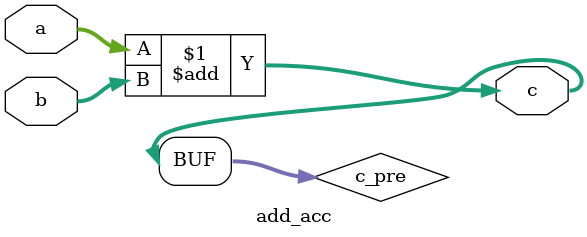
<source format=v>

`timescale 1ns/1ps

module add_acc(
  a,
  b,
  c
);


parameter BWOP = 32; //operand width

input  [BWOP-1:0]                                   a;
input  [BWOP-1:0]                                   b;
output [BWOP-1:0]                                   c;
wire   [BWOP- 1:0]                           c_pre;

assign c_pre = a + b;
assign c = c_pre[BWOP-1:0];
endmodule

</source>
